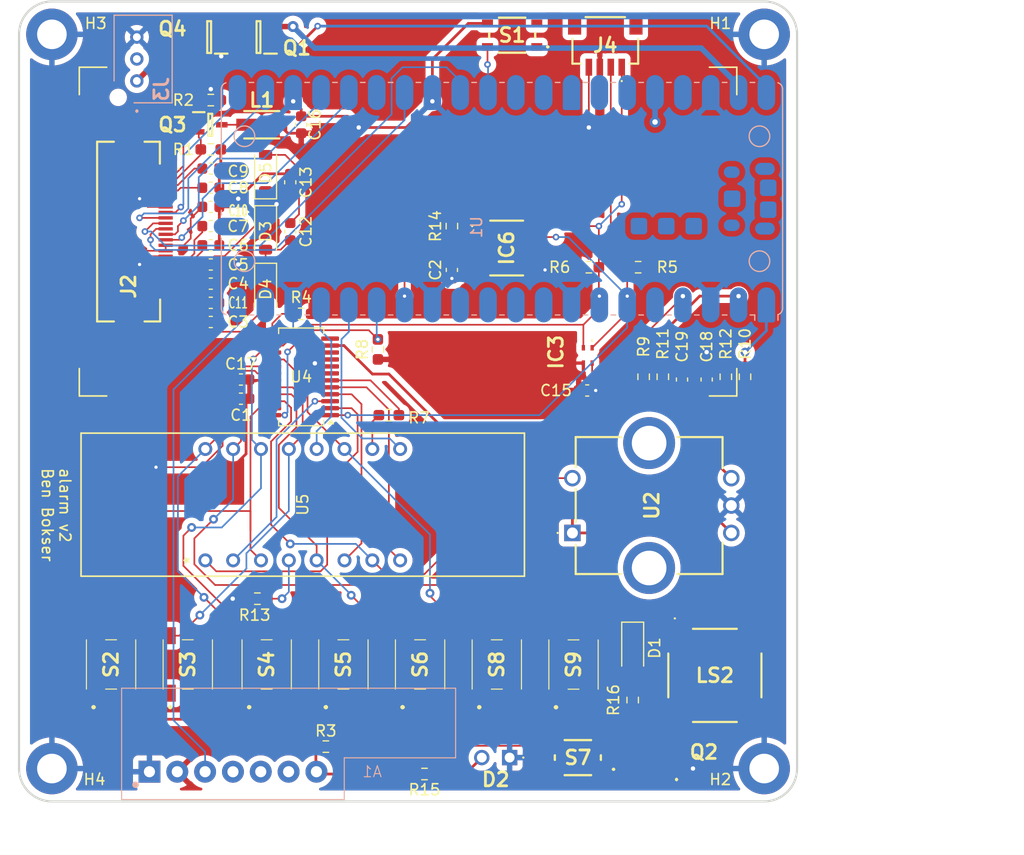
<source format=kicad_pcb>
(kicad_pcb (version 20240108) (generator "pcbnew") (generator_version "8.0")
  (layers (0 "F.Cu" signal) (31 "B.Cu" signal) (34 "B.Paste" user) (35 "F.Paste" user) (36 "B.SilkS" user "B.Silkscreen") (37 "F.SilkS" user "F.Silkscreen") (38 "B.Mask" user) (39 "F.Mask" user) (44 "Edge.Cuts" user))
  (net 0 "")
  (net 7 "GND")
  (net 10 "Net-(S1-COM_2)")
  (net 11 "Net-(D2-A)")
  (net 12 "/RF1")
  (net 14 "Net-(Q1-S)")
  (net 15 "Net-(Q1-G)")
  (net 17 "/VGH")
  (net 18 "Net-(D5-A)")
  (net 19 "Net-(D3-A)")
  (net 20 "/VGL")
  (net 21 "+3.3V")
  (net 23 "/SCL")
  (net 24 "/SDA")
  (net 25 "Net-(U2-CHANNEL_B)")
  (net 26 "Net-(U2-CHANNEL_A)")
  (net 27 "/MOSI")
  (net 28 "Net-(D1-A)")
  (net 29 "/SCK")
  (net 31 "Net-(J2-VCOM)")
  (net 32 "/DC")
  (net 33 "Net-(J2-VSH1)")
  (net 36 "Net-(J2-VPP)")
  (net 37 "/EinkBUSY")
  (net 38 "Net-(J2-VDD)")
  (net 39 "/EinkCS")
  (net 41 "Net-(J2-VGL{slash}NC)")
  (net 43 "/EinkRESET")
  (net 44 "Net-(J2-VSL)")
  (net 45 "/GDR")
  (net 46 "Net-(J2-VSH2)")
  (net 48 "/RESE")
  (net 59 "/Enc_B1")
  (net 60 "/Enc_A1")
  (net 63 "Net-(U4-ISET)")
  (net 64 "Net-(U4-SEGD)")
  (net 65 "Net-(U4-SEGC)")
  (net 66 "Net-(U4-SEGB)")
  (net 67 "Net-(U4-SEGA)")
  (net 68 "Net-(U4-SEGE)")
  (net 69 "Net-(U4-SEGF)")
  (net 71 "/ANODE_L1_L2")
  (net 72 "/IRQ")
  (net 73 "/Enc_D")
  (net 74 "/Enc_E")
  (net 75 "/ANODE_L3")
  (net 78 "Net-(U4-DIG3)")
  (net 79 "Net-(U4-SEGG)")
  (net 80 "Net-(U4-DIG2)")
  (net 81 "Net-(U4-DIG1)")
  (net 83 "Net-(U4-DIG0)")
  (net 85 "Net-(Q1-D)")
  (net 87 "/RTC_INT")
  (net 94 "Net-(J3-+)")
  (net 95 "Net-(Q2-B)")
  (net 96 "Net-(U5-CC_L3)")
  (net 98 "Net-(U5-CC_L1_L2)")
  (net 99 "/Buzzer")
  (net 102 "unconnected-(U1-USB_GND-PadTP1)")
  (net 110 "Net-(A1-KEY)")
  (footprint "SamacSys_Parts:RKB2SJK250SMTRLFS" (layer "F.Cu") (at 173.5 130.5 180)
    (property "Reference" "S7")
    (property "Value" "RKB2SJK250SMTR_LFS" (hide yes))
  )
  (footprint "SamacSys_Parts:SOT96P240X115-3N" (layer "F.Cu") (at 139.85 64.75 180)
    (property "Reference" "Q4")
    (property "Value" "DMG2305UX-7" (hide yes))
  )
  (footprint "SamacSys_Parts:RKB2SJK250SMTRLFS" (layer "F.Cu") (at 167.5 64.575 180)
    (property "Reference" "S1")
    (property "Value" "RKB2SJK250SMTR_LFS" (hide yes))
  )
  (footprint "Resistor_SMD:R_0603_1608Metric_Pad0.98x0.95mm_HandSolder" (layer "F.Cu") (at 148.25 90.0075 180)
    (property "Reference" "R4")
    (property "Value" "13.9kΩ")
  )
  (footprint "Capacitor_SMD:C_0603_1608Metric" (layer "F.Cu") (at 162 86 -90)
    (property "Reference" "C2")
    (property "Value" "1uF")
  )
  (footprint "footprints:TDCG1060M_VIS" (layer "F.Cu") (at 139.5 112.5 90)
    (property "Reference" "U5")
    (property "Value" "TDCR1060M")
  )
  (footprint "SamacSys_Parts:PTS647SM38SMTR2LFS" (layer "F.Cu") (at 166.1 122.002363 90)
    (property "Reference" "S8")
    (property "Value" "PTS647SM70SMTR2LFS" (hide yes))
  )
  (footprint "Capacitor_SMD:C_0603_1608Metric" (layer "F.Cu") (at 140 80.244117 180)
    (property "Reference" "C10")
    (property "Value" "4.7uF")
  )
  (footprint "Resistor_SMD:R_0603_1608Metric_Pad0.98x0.95mm_HandSolder" (layer "F.Cu") (at 140 75)
    (property "Reference" "R1")
    (property "Value" "0.47Ω")
  )
  (footprint "Resistor_SMD:R_0603_1608Metric_Pad0.98x0.95mm_HandSolder" (layer "F.Cu") (at 179.5 95.75 -90)
    (property "Reference" "R9")
    (property "Value" "10kΩ")
  )
  (footprint "SamacSys_Parts:SM04BSRSSTBLFSNP" (layer "F.Cu") (at 176 65.213 180)
    (property "Reference" "J4")
    (property "Value" "SM04B-SRSS-TB_LF__SN__P_" (hide yes))
  )
  (footprint "SamacSys_Parts:SOT65P210X110-3N" (layer "F.Cu") (at 139.95 72.75)
    (property "Reference" "Q3")
    (property "Value" "Si1308EDL-T1-GE3" (hide yes))
  )
  (footprint "Capacitor_SMD:C_0603_1608Metric" (layer "F.Cu") (at 140 89 180)
    (property "Reference" "C11")
    (property "Value" "1uF")
  )
  (footprint "SamacSys_Parts:SHT40BD1BR2" (layer "F.Cu") (at 174.4 93.8 -90)
    (property "Reference" "IC3")
    (property "Value" "SHT40-BD1B-R2" (hide yes))
  )
  (footprint "SamacSys_Parts:2SC5585TL" (layer "F.Cu") (at 182 130.95)
    (property "Reference" "Q2")
    (property "Value" "2SC5585TL" (hide yes))
  )
  (footprint "MountingHole:MountingHole_2.7mm_M2.5_DIN965_Pad" (layer "F.Cu") (at 190.5 131.5 45)
    (property "Reference" "H2")
    (property "Value" "MountingHole_Pad")
  )
  (footprint "SamacSys_Parts:PTS647SM38SMTR2LFS" (layer "F.Cu") (at 173.1 122.008163 90)
    (property "Reference" "S9")
    (property "Value" "PTS647SM70SMTR2LFS" (hide yes))
  )
  (footprint "Diode_SMD:D_SOD-123" (layer "F.Cu") (at 145 87.75 -90)
    (property "Reference" "D4")
    (property "Value" "MBR0530")
  )
  (footprint "Resistor_SMD:R_0603_1608Metric_Pad0.98x0.95mm_HandSolder" (layer "F.Cu") (at 155.25 93.25 90)
    (property "Reference" "R8")
    (property "Value" "10kΩ")
  )
  (footprint "SamacSys_Parts:PTS647SM38SMTR2LFS" (layer "F.Cu") (at 137.9 122 90)
    (property "Reference" "S3")
    (property "Value" "PTS647SM70SMTR2LFS" (hide yes))
  )
  (footprint "SamacSys_Parts:SOT96P240X115-3N" (layer "F.Cu") (at 144.35 64.75 180)
    (property "Reference" "Q1")
    (property "Value" "DMG2305UX-7" (hide yes))
  )
  (footprint "Resistor_SMD:R_0603_1608Metric_Pad0.98x0.95mm_HandSolder" (layer "F.Cu") (at 181.25 95.75 -90)
    (property "Reference" "R11")
    (property "Value" "10kΩ")
  )
  (footprint "Resistor_SMD:R_0603_1608Metric_Pad0.98x0.95mm_HandSolder" (layer "F.Cu") (at 187 95.75 -90)
    (property "Reference" "R12")
    (property "Value" "10kΩ")
  )
  (footprint "Capacitor_SMD:C_0603_1608Metric" (layer "F.Cu") (at 142.75 97.75)
    (property "Reference" "C1")
    (property "Value" "4.7uF")
  )
  (footprint "SamacSys_Parts:INDM3225X240N" (layer "F.Cu") (at 144.65 72.75 180)
    (property "Reference" "L1")
    (property "Value" "68 uH" (hide yes))
  )
  (footprint "Diode_SMD:D_SOD-123" (layer "F.Cu") (at 145 77.15 90)
    (property "Reference" "D5")
    (property "Value" "MBR0530")
  )
  (footprint "Capacitor_SMD:C_0603_1608Metric" (layer "F.Cu") (at 140 87.25 180)
    (property "Reference" "C4")
    (property "Value" "1uF")
  )
  (footprint "Capacitor_SMD:C_0603_1608Metric" (layer "F.Cu") (at 183 96 -90)
    (property "Reference" "C19")
    (property "Value" "1uF")
  )
  (footprint "SamacSys_Parts:CSSI4B20SMTTR" (layer "F.Cu") (at 186 123)
    (property "Reference" "LS2")
    (property "Value" "CSS-I4B20-SMT-TR" (hide yes))
  )
  (footprint "SamacSys_Parts:PTS647SM38SMTR2LFS" (layer "F.Cu") (at 159.1 122 90)
    (property "Reference" "S6")
    (property "Value" "PTS647SM70SMTR2LFS" (hide yes))
  )
  (footprint "Resistor_SMD:R_0603_1608Metric_Pad0.98x0.95mm_HandSolder" (layer "F.Cu") (at 179 85.75 180)
    (property "Reference" "R5")
    (property "Value" "10kΩ")
  )
  (footprint "Capacitor_SMD:C_0603_1608Metric" (layer "F.Cu") (at 174.35 97)
    (property "Reference" "C15")
    (property "Value" "1uF")
  )
  (footprint "Capacitor_SMD:C_0603_1608Metric" (layer "F.Cu") (at 185.25 96 -90)
    (property "Reference" "C18")
    (property "Value" "1uF")
  )
  (footprint "Package_SO:QSOP-24_3.9x8.7mm_P0.635mm" (layer "F.Cu") (at 148.25 95.7575 180)
    (property "Reference" "U4")
    (property "Value" "AS1115-BSST")
  )
  (footprint "MountingHole:MountingHole_2.7mm_M2.5_DIN965_Pad" (layer "F.Cu") (at 125.5 64.5 45)
    (property "Reference" "H3")
    (property "Value" "MountingHole_Pad")
  )
  (footprint "Diode_SMD:D_SOD-123" (layer "F.Cu") (at 178.5 120.5 -90)
    (property "Reference" "D1")
    (property "Value" "MBR0530")
  )
  (footprint "Capacitor_SMD:C_0603_1608Metric" (layer "F.Cu") (at 148.25 72.75 90)
    (property "Reference" "C16")
    (property "Value" "4.7uF")
  )
  (footprint "Resistor_SMD:R_0603_1608Metric_Pad0.98x0.95mm_HandSolder" (layer "F.Cu") (at 188.75 95.75 90)
    (property "Reference" "R10")
    (property "Value" "10kΩ")
  )
  (footprint "Diode_SMD:D_SOD-123" (layer "F.Cu") (at 145 82.5 -90)
    (property "Reference" "D3")
    (property "Value" "MBR0530")
  )
  (footprint "Resistor_SMD:R_0603_1608Metric_Pad0.98x0.95mm_HandSolder" (layer "F.Cu") (at 144.25 116)
    (property "Reference" "R13")
    (property "Value" "130Ω")
  )
  (footprint "Capacitor_SMD:C_0603_1608Metric" (layer "F.Cu") (at 140 82 180)
    (property "Reference" "C7")
    (property "Value" "1uF")
  )
  (footprint "Resistor_SMD:R_0603_1608Metric_Pad0.98x0.95mm_HandSolder" (layer "F.Cu") (at 150.5 129.5)
    (property "Reference" "R3")
    (property "Value" "1kΩ")
  )
  (footprint "Resistor_SMD:R_0603_1608Metric_Pad0.98x0.95mm_HandSolder" (layer "F.Cu") (at 159.5 132 180)
    (property "Reference" "R15")
    (property "Value" "47Ω")
  )
  (footprint "MountingHole:MountingHole_2.7mm_M2.5_DIN965_Pad" (layer "F.Cu") (at 125.5 131.5 45)
    (property "Reference" "H4")
    (property "Value" "MountingHole_Pad")
  )
  (footprint "SamacSys_Parts:WP710A10LID" (layer "F.Cu") (at 167.27 130.5 -90)
    (property "Reference" "D2")
    (property "Value" "LED" (hide yes))
  )
  (footprint "SamacSys_Parts:PEC11R4215FS0024" (layer "F.Cu") (at 173 110 90)
    (property "Reference" "U2")
    (property "Value" "PEC11R-4215F-S0024" (hide yes))
  )
  (footprint "SamacSys_Parts:PTS647SM38SMTR2LFS" (layer "F.Cu") (at 130.9 122 90)
    (property "Reference" "S2")
    (property "Value" "PTS647SM70SMTR2LFS" (hide yes))
  )
  (footprint "Capacitor_SMD:C_0603_1608Metric" (layer "F.Cu") (at 140 90.75 180)
    (property "Reference" "C3")
    (property "Value" "1uF")
  )
  (footprint "SamacSys_Parts:MAX31328NELB" (layer "F.Cu") (at 167 84 -90)
    (property "Reference" "IC6")
    (property "Value" "MAX31328NELB+" (hide yes))
  )
  (footprint "Resistor_SMD:R_0603_1608Metric_Pad0.98x0.95mm_HandSolder" (layer "F.Cu") (at 140 70.5)
    (property "Reference" "R2")
    (property "Value" "10kΩ")
  )
  (footprint "Resistor_SMD:R_0603_1608Metric_Pad0.98x0.95mm_HandSolder" (layer "F.Cu") (at 156.25 99.25 180)
    (property "Reference" "R7")
    (property "Value" "130Ω")
  )
  (footprint "SamacSys_Parts:PTS647SM38SMTR2LFS" (layer "F.Cu") (at 145.1 122 90)
    (property "Reference" "S4")
    (property "Value" "PTS647SM70SMTR2LFS" (hide yes))
  )
  (footprint "Capacitor_SMD:C_0603_1608Metric" (layer "F.Cu") (at 142.75 96)
    (property "Reference" "C17")
    (property "Value" "1uF")
  )
  (footprint "Capacitor_SMD:C_0603_1608Metric" (layer "F.Cu") (at 147.25 78 -90)
    (property "Reference" "C13")
    (property "Value" "1uF")
  )
  (footprint "SamacSys_Parts:FFC2B3524T" (layer "F.Cu") (at 132.5 82.5 -90)
    (property "Reference" "J2")
    (property "Value" "FFC2B35-24-T" (hide yes))
  )
  (footprint "Capacitor_SMD:C_0603_1608Metric" (layer "F.Cu") (at 147.25 82.5 -90)
    (property "Reference" "C12")
    (property "Value" "4.7uF")
  )
  (footprint "Resistor_SMD:R_0603_1608Metric_Pad0.98x0.95mm_HandSolder" (layer "F.Cu") (at 162 82 -90)
    (property "Reference" "R14")
    (property "Value" "10kΩ")
  )
  (footprint "Resistor_SMD:R_0603_1608Metric_Pad0.98x0.95mm_HandSolder" (layer "F.Cu") (at 174.5 85.75)
    (property "Reference" "R6")
    (property "Value" "10kΩ")
  )
  (footprint "SamacSys_Parts:PTS647SM38SMTR2LFS" (layer "F.Cu") (at 152.1 122 90)
    (property "Reference" "S5")
    (property "Value" "PTS647SM70SMTR2LFS" (hide yes))
  )
  (footprint "Resistor_SMD:R_0603_1608Metric_Pad0.98x0.95mm_HandSolder" (layer "F.Cu") (at 178.5 125.25 -90)
    (property "Reference" "R16")
    (property "Value" "180Ω")
  )
  (footprint "MountingHole:MountingHole_2.7mm_M2.5_DIN965_Pad" (layer "F.Cu") (at 190.5 64.5 45)
    (property "Reference" "H1")
    (property "Value" "MountingHole_Pad")
  )
  (footprint "Capacitor_SMD:C_0603_1608Metric" (layer "F.Cu") (at 140 85.5 180)
    (property "Reference" "C5")
    (property "Value" "1uF")
  )
  (footprint "Capacitor_SMD:C_0603_1608Metric" (layer "F.Cu") (at 140 76.75 180)
    (property "Reference" "C9")
    (property "Value" "1uF")
  )
  (footprint "Capacitor_SMD:C_0603_1608Metric" (layer "F.Cu") (at 140 78.5 180)
    (property "Reference" "C8")
    (property "Value" "1uF")
  )
  (footprint "Capacitor_SMD:C_0603_1608Metric" (layer "F.Cu") (at 140 83.75 180)
    (property "Reference" "C6")
    (property "Value" "1uF")
  )
  (footprint "Module_RaspberryPi_Pico:RaspberryPi_Pico_Original_SMD" (layer "B.Cu") (at 166.57 79.5 90)
    (property "Reference" "U1")
    (property "Value" "RaspberryPi_Pico")
  )
  (footprint "RX480E:RX480E" (layer "B.Cu") (at 131.86 129.25)
    (property "Reference" "A1")
    (property "Value" "~")
  )
  (footprint "SamacSys_Parts:975" (layer "B.Cu") (at 133.25 68.75 -90)
    (property "Reference" "J3")
    (property "Value" "975" (hide yes))
  )
  (gr_line (start 185.5 67.5) (end 188 67.5) (stroke (width 0.15)) (layer "F.SilkS"))
  (gr_line (start 188 97.5) (end 185.5 97.5) (stroke (width 0.15)) (layer "F.SilkS"))
  (gr_line (start 188 97.5) (end 188 95) (stroke (width 0.15)) (layer "F.SilkS"))
  (gr_line (start 128 97.5) (end 128 95) (stroke (width 0.15)) (layer "F.SilkS"))
  (gr_line (start 128 67.5) (end 130.5 67.5) (stroke (width 0.15)) (layer "F.SilkS"))
  (gr_line (start 128 67.5) (end 128 70) (stroke (width 0.15)) (layer "F.SilkS"))
  (gr_line (start 128 97.5) (end 130.5 97.5) (stroke (width 0.15)) (layer "F.SilkS"))
  (gr_line (start 188 67.5) (end 188 70) (stroke (width 0.15)) (layer "F.SilkS"))
  (gr_line (start 193.5 64.5) (end 193.5 131.5) (stroke (width 0.2)) (layer "Edge.Cuts"))
  (gr_arc (start 125.5 134.5) (mid 123.37868 133.62132) (end 122.5 131.5) (stroke (width 0.2)) (layer "Edge.Cuts"))
  (gr_line (start 125.5 61.5) (end 190.5 61.5) (stroke (width 0.2)) (layer "Edge.Cuts"))
  (gr_arc (start 122.5 64.5) (mid 123.37868 62.37868) (end 125.5 61.5) (stroke (width 0.2)) (layer "Edge.Cuts"))
  (gr_line (start 122.5 131.5) (end 122.5 64.5) (stroke (width 0.2)) (layer "Edge.Cuts"))
  (gr_arc (start 193.5 131.5) (mid 192.62132 133.62132) (end 190.5 134.5) (stroke (width 0.2)) (layer "Edge.Cuts"))
  (gr_arc (start 190.5 61.5) (mid 192.62132 62.37868) (end 193.5 64.5) (stroke (width 0.2)) (layer "Edge.Cuts"))
  (gr_line (start 190.5 134.5) (end 125.5 134.5) (stroke (width 0.2)) (layer "Edge.Cuts"))
  (gr_text "alarm v2\nBen Bokser" (at 124.5 104 -90) (layer "F.SilkS") (effects (font (size 1 1)) (justify left bottom)))
  (segment (start 133.5 79.5) (end 134.25 80.25) (width 0.1524) (layer "F.Cu") (net 7))
  (segment (start 143.3375 116) (end 142 116) (width 0.25) (layer "F.Cu") (net 7))
  (segment (start 141.08 98.645) (end 141.975 97.75) (width 0.1524) (layer "F.Cu") (net 7))
  (segment (start 140.9125 75) (end 140.9125 76.6125) (width 0.25) (layer "F.Cu") (net 7))
  (segment (start 149.498464 95.748463) (end 149.825001 96.075) (width 0.1524) (layer "F.Cu") (net 7))
  (segment (start 160.22 66.78) (end 163.5 63.5) (width 0.25) (layer "F.Cu") (net 7))
  (segment (start 154.575 96.075) (end 157.1625 98.6625) (width 0.1524) (layer "F.Cu") (net 7))
  (segment (start 175.125 95.775) (end 175.125 97) (width 0.1524) (layer "F.Cu") (net 7))
  (segment (start 163.5 63.5) (end 165.25 63.5) (width 0.25) (layer "F.Cu") (net 7))
  (segment (start 141.755883 80.244117) (end 142.5 79.5) (width 0.25) (layer "F.Cu") (net 7))
  (segment (start 144.775 77.225) (end 142.5 79.5) (width 0.25) (layer "F.Cu") (net 7))
  (segment (start 133.5 85.5) (end 134.25 84.75) (width 0.1524) (layer "F.Cu") (net 7))
  (segment (start 145.15 80.85) (end 146 80) (width 0.25) (layer "F.Cu") (net 7))
  (segment (start 139.128632 104) (end 141.08 102.048632) (width 0.1524) (layer "F.Cu") (net 7))
  (segment (start 140.775 85.5) (end 142.5 85.5) (width 0.25) (layer "F.Cu") (net 7))
  (segment (start 135 104) (end 139.128632 104) (width 0.1524) (layer "F.Cu") (net 7))
  (segment (start 153.5 73) (end 157.83 73) (width 0.25) (layer "F.Cu") (net 7))
  (segment (start 140 69.5) (end 140.9125 70.4125) (width 0.25) (layer "F.Cu") (net 7))
  (segment (start 169.213 86) (end 170.5 86) (width 0.1524) (layer "F.Cu") (net 7))
  (segment (start 140.95 66.5) (end 140.95 65.71) (width 0.25) (layer "F.Cu") (net 7))
  (segment (start 148.25 71.34) (end 147.52 70.61) (width 0.25) (layer "F.Cu") (net 7))
  (segment (start 185.25 93.5) (end 185.25 95.225) (width 0.25) (layer "F.Cu") (net 7))
  (segment (start 134.25 80.25) (end 135.75 80.25) (width 0.1524) (layer "F.Cu") (net 7))
  (segment (start 140.9125 70.4125) (end 140.9125 70.5) (width 0.25) (layer "F.Cu") (net 7))
  (segment (start 134.25 84.75) (end 135.75 84.75) (width 0.1524) (layer "F.Cu") (net 7))
  (segment (start 140.9125 76.6125) (end 140.775 76.75) (width 0.25) (layer "F.Cu") (net 7))
  (segment (start 163.5 86) (end 164.788 86) (width 0.1524) (layer "F.Cu") (net 7))
  (segment (start 148.25 71.975) (end 152.475 71.975) (width 0.25) (layer "F.Cu") (net 7))
  (segment (start 169.213 84) (end 169.213 86) (width 0.1524) (layer "F.Cu") (net 7))
  (segment (start 149.498464 94.521473) (end 149.498464 95.748463) (width 0.1524) (layer "F.Cu") (net 7))
  (segment (start 174.5 73) (end 174.5 67.5) (width 0.1524) (layer "F.Cu") (net 7))
  (segment (start 174.8 95.45) (end 175.125 95.775) (width 0.1524) (layer "F.Cu") (net 7))
  (segment (start 174.8 94.5) (end 174.8 95.45) (width 0.1524) (layer "F.Cu") (net 7))
  (segment (start 141.08 102.048632) (end 141.08 98.645) (width 0.1524) (layer "F.Cu") (net 7))
  (segment (start 148.25 71.975) (end 148.25 71.34) (width 0.25) (layer "F.Cu") (net 7))
  (segment (start 140.775 76.75) (end 140.775 83.75) (width 0.25) (layer "F.Cu") (net 7))
  (segment (start 147.25 77.225) (end 144.775 77.225) (width 0.25) (layer "F.Cu") (net 7))
  (segment (start 157.83 73) (end 160.22 70.61) (width 0.25) (layer "F.Cu") (net 7))
  (segment (start 183 95.225) (end 185.25 95.225) (width 0.25) (layer "F.Cu") (net 7))
  (segment (start 162.725 86.775) (end 163.5 86) (width 0.1524) (layer "F.Cu") (net 7))
  (segment (start 152.475 71.975) (end 153.5 73) (width 0.25) (layer "F.Cu") (net 7))
  (segment (start 162 86.775) (end 162.725 86.775) (width 0.1524) (layer "F.Cu") (net 7))
  (segment (start 182.5 131.5) (end 184 131.5) (width 0.25) (layer "F.Cu") (net 7))
  (segment (start 157.1625 98.6625) (end 157.1625 99.25) (width 0.1524) (layer "F.Cu") (net 7))
  (segment (start 141.975 96) (end 141.975 97.75) (width 0.1524) (layer "F.Cu") (net 7))
  (segment (start 140.775 89) (end 140.775 90.75) (width 0.25) (layer "F.Cu") (net 7))
  (segment (start 145 80.85) (end 145.15 80.85) (width 0.25) (layer "F.Cu") (net 7))
  (segment (start 150.8875 96.075) (end 154.575 96.075) (width 0.1524) (layer "F.Cu") (net 7))
  (segment (start 140.775 80.244117) (end 141.755883 80.244117) (width 0.25) (layer "F.Cu") (net 7))
  (segment (start 160.22 70.61) (end 160.22 66.78) (width 0.25) (layer "F.Cu") (net 7))
  (segment (start 140.775 85.5) (end 140.775 89) (width 0.25) (layer "F.Cu") (net 7))
  (segment (start 149.825001 96.075) (end 150.8875 96.075) (width 0.1524) (layer "F.Cu") (net 7))
  (via (at 142 116) (size 0.8) (drill 0.4) (layers "F.Cu" "B.Cu") (net 7))
  (via (at 133.5 79.5) (size 0.6) (drill 0.3) (layers "F.Cu" "B.Cu") (net 7))
  (via (at 162 86.775) (size 0.6) (drill 0.3) (layers "F.Cu" "B.Cu") (net 7))
  (via (at 174.5 73) (size 0.8) (drill 0.4) (layers "F.Cu" "B.Cu") (net 7))
  (via (at 142.5 85.5) (size 0.8) (drill 0.4) (layers "F.Cu" "B.Cu") (net 7))
  (via (at 135 104) (size 0.6) (drill 0.3) (layers "F.Cu" "B.Cu") (net 7))
  (via (at 133.5 85.5) (size 0.6) (drill 0.3) (layers "F.Cu" "B.Cu") (net 7))
  (via (at 146 80) (size 0.8) (drill 0.4) (layers "F.Cu" "B.Cu") (net 7))
  (via (at 149.498464 94.521473) (size 0.8) (drill 0.4) (layers "F.Cu" "B.Cu") (net 7))
  (via (at 153.5 73) (size 0.8) (drill 0.4) (layers "F.Cu" "B.Cu") (net 7))
  (via (at 147.52 70.61) (size 0.8) (drill 0.4) (layers "F.Cu" "B.Cu") (net 7))
  (via (at 175.125 97) (size 0.6) (drill 0.3) (layers "F.Cu" "B.Cu") (net 7))
  (via (at 170.5 86) (size 0.6) (drill 0.3) (layers "F.Cu" "B.Cu") (net 7))
  (via (at 140.95 66.5) (size 0.8) (drill 0.4) (layers "F.Cu" "B.Cu") (net 7))
  (via (at 142.5 79.5) (size 0.8) (drill 0.4) (layers "F.Cu" "B.Cu") (net 7))
  (via (at 160.22 70.61) (size 0.8) (drill 0.4) (layers "F.Cu" "B.Cu") (net 7))
  (via (at 184 131.5) (size 0.8) (drill 0.4) (layers "F.Cu" "B.Cu") (net 7))
  (via (at 185.25 93.5) (size 0.8) (drill 0.4) (layers "F.Cu" "B.Cu") (net 7))
  (via (at 140 69.5) (size 0.8) (drill 0.4) (layers "F.Cu" "B.Cu") (net 7))
  (segment (start 149.498464 94.498464) (end 147.52 92.52) (width 0.1524) (layer "B.Cu") (net 7))
  (segment (start 149.498464 94.521473) (end 149.498464 94.498464) (width 0.1524) (layer "B.Cu") (net 7))
  (segment (start 147.52 92.52) (end 147.52 88.39) (width 0.1524) (layer "B.Cu") (net 7))
  (segment (start 165.25 65.65) (end 165.25 67.25) (width 0.1524) (layer "F.Cu") (net 10))
  (via (at 165.25 67.25) (size 0.6) (drill 0.3) (layers "F.Cu" "B.Cu") (net 10))
  (segment (start 165.3 67.3) (end 165.25 67.25) (width 0.1524) (layer "B.Cu") (net 10))
  (segment (start 165.3 70.61) (end 165.3 67.3) (width 0.1524) (layer "B.Cu") (net 10))
  (segment (start 163.23 132) (end 160.4125 132) (width 0.25) (layer "F.Cu") (net 11))
  (segment (start 164.73 130.5) (end 163.23 132) (width 0.25) (layer "F.Cu") (net 11))
  (segment (start 139.48 129.98) (end 139.48 131.79) (width 0.1524) (layer "B.Cu") (net 12))
  (segment (start 142.44 91.06) (end 136.5988 96.9012) (width 0.1524) (layer "B.Cu") (net 12))
  (segment (start 136.5988 127.0988) (end 139.48 129.98) (width 0.1524) (layer "B.Cu") (net 12))
  (segment (start 136.5988 96.9012) (end 136.5988 127.0988) (width 0.1524) (layer "B.Cu") (net 12))
  (segment (start 142.44 88.39) (end 142.44 91.06) (width 0.1524) (layer "B.Cu") (net 12))
  (segment (start 147.5 63.79) (end 145.45 63.79) (width 0.5) (layer "F.Cu") (net 14))
  (via (at 147.5 63.79) (size 1) (drill 0.5) (layers "F.Cu" "B.Cu") (net 14))
  (segment (start 149.46 65.75) (end 184.75 65.75) (width 0.5) (layer "B.Cu") (net 14))
  (segment (start 184.75 65.75) (end 188.16 69.16) (width 0.5) (layer "B.Cu") (net 14))
  (segment (start 147.5 63.79) (end 149.46 65.75) (width 0.5) (layer "B.Cu") (net 14))
  (segment (start 188.16 69.16) (end 188.16 70.61) (width 0.5) (layer "B.Cu") (net 14))
  (segment (start 147.79 65.71) (end 145.45 65.71) (width 0.25) (layer "F.Cu") (net 15))
  (segment (start 149.75 63.75) (end 147.79 65.71) (width 0.25) (layer "F.Cu") (net 15))
  (via (at 149.75 63.75) (size 0.6) (drill 0.3) (layers "F.Cu" "B.Cu") (net 15))
  (segment (start 185.25 63.75) (end 190.7 69.2) (width 0.25) (layer "B.Cu") (net 15))
  (segment (start 190.7 69.2) (end 190.7 70.61) (width 0.25) (layer "B.Cu") (net 15))
  (segment (start 149.75 63.75) (end 185.25 63.75) (width 0.25) (layer "B.Cu") (net 15))
  (segment (start 141.2512 84.7488) (end 144.075 81.925) (width 0.1524) (layer "F.Cu") (net 17))
  (segment (start 135.88 86.75) (end 138.25 86.75) (width 0.1524) (layer "F.Cu") (net 17))
  (segment (start 140.0488 85.9512) (end 140.0488 85.036162) (width 0.1524) (layer "F.Cu") (net 17))
  (segment (start 139.5012 86.4988) (end 140.0488 85.9512) (width 0.1524) (layer "F.Cu") (net 17))
  (segment (start 144.075 81.925) (end 144.075 79.725) (width 0.1524) (layer "F.Cu") (net 17))
  (segment (start 145 78.8) (end 147.225 78.8) (width 0.1524) (layer "F.Cu") (net 17))
  (segment (start 140.0488 85.036162) (end 140.336162 84.7488) (width 0.1524) (layer "F.Cu") (net 17))
  (segment (start 147.225 78.8) (end 147.25 78.775) (width 0.1524) (layer "F.Cu") (net 17))
  (segment (start 140.336162 84.7488) (end 141.2512 84.7488) (width 0.1524) (layer "F.Cu") (net 17))
  (segment (start 138.5012 86.4988) (end 139.5012 86.4988) (width 0.1524) (layer "F.Cu") (net 17))
  (segment (start 138.25 86.75) (end 138.5012 86.4988) (width 0.1524) (layer "F.Cu") (net 17))
  (segment (start 144.075 79.725) (end 145 78.8) (width 0.1524) (layer "F.Cu") (net 17))
  (segment (start 143.25 72.75) (end 143.25 73.75) (width 0.1524) (layer "F.Cu") (net 18))
  (segment (start 146.784052 75.5) (end 148.05 76.765948) (width 0.1524) (layer "F.Cu") (net 18))
  (segment (start 148.05 76.765948) (end 148.05 80.925) (width 0.1524) (layer "F.Cu") (net 18))
  (segment (start 143.25 73.75) (end 145 75.5) (width 0.1524) (layer "F.Cu") (net 18))
  (segment (start 141 72.75) (end 143.25 72.75) (width 0.1524) (layer "F.Cu") (net 18))
  (segment (start 145 75.5) (end 146.784052 75.5) (width 0.1524) (layer "F.Cu") (net 18))
  (segment (start 148.05 80.925) (end 147.25 81.725) (width 0.1524) (layer "F.Cu") (net 18))
  (segment (start 146.375 84.15) (end 147.25 83.275) (width 0.1524) (layer "F.Cu") (net 19))
  (segment (start 145 86.1) (end 145 84.15) (width 0.1524) (layer "F.Cu") (net 19))
  (segment (start 145 84.15) (end 146.375 84.15) (width 0.1524) (layer "F.Cu") (net 19))
  (segment (start 139.225 89) (end 140 89.775) (width 0.1524) (layer "F.Cu") (net 20))
  (segment (start 140.336162 91.6375) (end 142.7625 91.6375) (width 0.1524) (layer "F.Cu") (net 20))
  (segment (start 140 89.775) (end 140 91.301338) (width 0.1524) (layer "F.Cu") (net 20))
  (segment (start 142.7625 91.6375) (end 145 89.4) (width 0.1524) (layer "F.Cu") (net 20))
  (segment (start 140 91.301338) (end 140.336162 91.6375) (width 0.1524) (layer "F.Cu") (net 20))
  (segment (start 135.88 87.75) (end 137.975 87.75) (width 0.1524) (layer "F.Cu") (net 20))
  (segment (start 137.975 87.75) (end 139.225 89) (width 0.1524) (layer "F.Cu") (net 20))
  (segment (start 143.625 96.075) (end 143.55 96) (width 0.25) (layer "F.Cu") (net 21))
  (segment (start 182.5 119.5) (end 189.5 119.5) (width 0.25) (layer "F.Cu") (net 21))
  (segment (start 178.5 118.85) (end 179.85 118.85) (width 0.25) (layer "F.Cu") (net 21))
  (segment (start 145.6125 96.075) (end 143.625 96.075) (width 0.25) (layer "F.Cu") (net 21))
  (segment (start 143.55 96) (end 143.55 97.725) (width 0.25) (layer "F.Cu") (net 21))
  (segment (start 146.25 72.75) (end 147.025 73.525) (width 0.25) (layer "F.Cu") (net 21))
  (segment (start 139.225 80.244117) (end 138.168368 81.300749) (width 0.1524) (layer "F.Cu") (net 21))
  (segment (start 143.55 97.725) (end 143.525 97.75) (width 0.25) (layer "F.Cu") (net 21))
  (segment (start 147.025 73.525) (end 148.25 73.525) (width 0.25) (layer "F.Cu") (net 21))
  (segment (start 143.525 97.75) (end 143.2188 98.0562) (width 0.25) (layer "F.Cu") (net 21))
  (segment (start 143.2188 98.0562) (end 143.2188 102.7812) (width 0.25) (layer "F.Cu") (net 21))
  (segment (start 143.2188 102.7812) (end 142.5 103.5) (width 0.25) (layer "F.Cu") (net 21))
  (segment (start 180.5 119.5) (end 182.5 119.5) (width 0.25) (layer "F.Cu") (net 21))
  (segment (start 138.168368 81.300749) (end 138.168368 83.122321) (width 0.1524) (layer "F.Cu") (net 21))
  (segment (start 135.88 84.25) (end 133.25 84.25) (width 0.1524) (layer "F.Cu") (net 21))
  (segment (start 137.540689 83.75) (end 135.88 83.75) (width 0.1524) (layer "F.Cu") (net 21))
  (segment (start 179.85 118.85) (end 180.5 119.5) (width 0.25) (layer "F.Cu") (net 21))
  (segment (start 146.05 72.75) (end 146.25 72.75) (width 0.25) (layer "F.Cu") (net 21))
  (segment (start 138.168368 83.122321) (end 137.540689 83.75) (width 0.1524) (layer "F.Cu") (net 21))
  (segment (start 135.88 83.75) (end 135.88 84.25) (width 0.1524) (layer "F.Cu") (net 21))
  (via (at 180.54 72.5) (size 1) (drill 0.5) (layers "F.Cu" "B.Cu") (net 21))
  (segment (start 180.54 72.5) (end 180.54 70.61) (width 0.5) (layer "B.Cu") (net 21))
  (segment (start 174 91) (end 148.5 91) (width 0.1524) (layer "F.Cu") (net 23))
  (segment (start 174 93.1) (end 174 91) (width 0.1524) (layer "F.Cu") (net 23))
  (segment (start 177.5 67.5) (end 177.5 80) (width 0.1524) (layer "F.Cu") (net 23))
  (segment (start 148.5 91) (end 146.6 92.9) (width 0.1524) (layer "F.Cu") (net 23))
  (segment (start 175.4125 82) (end 169.213 82) (width 0.1524) (layer "F.Cu") (net 23))
  (segment (start 175.4125 82) (end 175.4125 85.75) (width 0.1524) (layer "F.Cu") (net 23))
  (segment (start 146.6 92.9) (end 145.6125 92.9) (width 0.1524) (layer "F.Cu") (net 23))
  (segment (start 175.4125 88.3425) (end 175.46 88.39) (width 0.1524) (layer "F.Cu") (net 23))
  (segment (start 175.4125 85.75) (end 175.4125 88.3425) (width 0.1524) (layer "F.Cu") (net 23))
  (segment (start 175.46 89.54) (end 174 91) (width 0.1524) (layer "F.Cu") (net 23))
  (segment (start 175.46 88.39) (end 175.46 89.54) (width 0.1524) (layer "F.Cu") (net 23))
  (via (at 177.5 80) (size 0.6) (drill 0.3) (layers "F.Cu" "B.Cu") (net 23))
  (via (at 175.46 88.39) (size 0.6) (drill 0.3) (layers "F.Cu" "B.Cu") (net 23))
  (via (at 175.4125 82) (size 0.6) (drill 0.3) (layers "F.Cu" "B.Cu") (net 23))
  (segment (start 177.4125 80) (end 175.4125 82) (width 0.1524) (layer "B.Cu") (net 23))
  (segment (start 177.5 80) (end 177.4125 80) (width 0.1524) (layer "B.Cu") (net 23))
  (segment (start 178 85.8375) (end 178.0875 85.75) (width 0.1524) (layer "F.Cu") (net 24))
  (segment (start 178 88.39) (end 178 85.8375) (width 0.1524) (layer "F.Cu") (net 24))
  (segment (start 174.8 93.1) (end 178 89.9) (width 0.1524) (layer "F.Cu") (net 24))
  (segment (start 178 89.9) (end 178 88.39) (width 0.1524) (layer "F.Cu") (net 24))
  (segment (start 176.5 84.1625) (end 178.0875 85.75) (width 0.1524) (layer "F.Cu") (net 24))
  (segment (start 171.5 83) (end 169.213 83) (width 0.1524) (layer "F.Cu") (net 24))
  (segment (start 150.8875 99.25) (end 152.5 99.25) (width 0.1524) (layer "F.Cu") (net 24))
  (segment (start 176.5 67.5) (end 176.5 84.1625) (width 0.1524) (layer "F.Cu") (net 24))
  (via (at 178 88.39) (size 0.6) (drill 0.3) (layers "F.Cu" "B.Cu") (net 24))
  (via (at 171.5 83) (size 0.6) (drill 0.3) (layers "F.Cu" "B.Cu") (net 24))
  (via (at 152.5 99.25) (size 0.6) (drill 0.3) (layers "F.Cu" "B.Cu") (net 24))
  (segment (start 170 99.25) (end 178 91.25) (width 0.1524) (layer "B.Cu") (net 24))
  (segment (start 178 88.39) (end 172.61 83) (width 0.1524) (layer "B.Cu") (net 24))
  (segment (start 172.61 83) (end 171.5 83) (width 0.1524) (layer "B.Cu") (net 24))
  (segment (start 178 91.25) (end 178 88.39) (width 0.1524) (layer "B.Cu") (net 24))
  (segment (start 152.5 99.25) (end 170 99.25) (width 0.1524) (layer "B.Cu") (net 24))
  (segment (start 186.8875 96.775) (end 187 96.6625) (width 0.25) (layer "F.Cu") (net 25))
  (segment (start 185.25 96.775) (end 186.8875 96.775) (width 0.25) (layer "F.Cu") (net 25))
  (segment (start 185.25 96.775) (end 185.25 102.75) (width 0.25) (layer "F.Cu") (net 25))
  (segment (start 187.3 104.8) (end 187.3 105) (width 0.25) (layer "F.Cu") (net 25))
  (segment (start 185.25 102.75) (end 187.3 104.8) (width 0.25) (layer "F.Cu") (net 25))
  (segment (start 187 96.6625) (end 188.75 96.6625) (width 0.25) (layer "F.Cu") (net 25))
  (segment (start 187.3 109.8) (end 187.3 110) (width 0.25) (layer "F.Cu") (net 26))
  (segment (start 183 96.775) (end 183 105.5) (width 0.25) (layer "F.Cu") (net 26))
  (segment (start 183 105.5) (end 187.3 109.8) (width 0.25) (layer "F.Cu") (net 26))
  (segment (start 181.3625 96.775) (end 181.25 96.6625) (width 0.25) (layer "F.Cu") (net 26))
  (segment (start 181.25 96.6625) (end 179.5 96.6625) (width 0.25) (layer "F.Cu") (net 26))
  (segment (start 183 96.775) (end 181.3625 96.775) (width 0.25) (layer "F.Cu") (net 26))
  (segment (start 137.349536 83.048608) (end 137.148144 83.25) (width 0.1524) (layer "F.Cu") (net 27))
  (segment (start 137.148144 83.25) (end 135.88 83.25) (width 0.1524) (layer "F.Cu") (net 27))
  (via (at 137.349536 83.048608) (size 0.6) (drill 0.3) (layers "F.Cu" "B.Cu") (net 27))
  (segment (start 140.665 78.085) (end 145.125 78.085) (width 0.1524) (layer "B.Cu") (net 27))
  (segment (start 137.349536 83.048608) (end 139.25 81.148144) (width 0.1524) (layer "B.Cu") (net 27))
  (segment (start 145.125 78.085) (end 152.6 70.61) (width 0.1524) (layer "B.Cu") (net 27))
  (segment (start 139.25 81.148144) (end 139.25 79.5) (width 0.1524) (layer "B.Cu") (net 27))
  (segment (start 139.25 79.5) (end 140.665 78.085) (width 0.1524) (layer "B.Cu") (net 27))
  (segment (start 182.5 128.5) (end 182 129) (width 0.25) (layer "F.Cu") (net 28))
  (segment (start 182.5 126.5) (end 189.5 126.5) (width 0.25) (layer "F.Cu") (net 28))
  (segment (start 182.5 126.5) (end 182.5 128.5) (width 0.25) (layer "F.Cu") (net 28))
  (segment (start 178.5 122.15) (end 180.65 122.15) (width 0.25) (layer "F.Cu") (net 28))
  (segment (start 182 129) (end 182 130.4) (width 0.25) (layer "F.Cu") (net 28))
  (segment (start 182.5 124) (end 182.5 126.5) (width 0.25) (layer "F.Cu") (net 28))
  (segment (start 180.65 122.15) (end 182.5 124) (width 0.25) (layer "F.Cu") (net 28))
  (segment (start 137 82.4824) (end 136.7324 82.75) (width 0.1524) (layer "F.Cu") (net 29))
  (segment (start 136.7324 82.75) (end 135.88 82.75) (width 0.1524) (layer "F.Cu") (net 29))
  (segment (start 137 82) (end 137 82.4824) (width 0.1524) (layer "F.Cu") (net 29))
  (segment (start 137.5 81.5) (end 137 82) (width 0.1524) (layer "F.Cu") (net 29))
  (via (at 137.5 81.5) (size 0.6) (drill 0.3) (layers "F.Cu" "B.Cu") (net 29))
  (segment (start 138.8976 80.1024) (end 138.8976 77.54141) (width 0.1524) (layer "B.Cu") (net 29))
  (segment (start 137.5 81.5) (end 138.8976 80.1024) (width 0.1524) (layer "B.Cu") (net 29))
  (segment (start 144.835 75.835) (end 150.06 70.61) (width 0.1524) (layer "B.Cu") (net 29))
  (segment (start 140.60401 75.835) (end 144.835 75.835) (width 0.1524) (layer "B.Cu") (net 29))
  (segment (start 138.8976 77.54141) (end 140.60401 75.835) (width 0.1524) (layer "B.Cu") (net 29))
  (segment (start 137.75 89) (end 137.75 89.954941) (width 0.1524) (layer "F.Cu") (net 31))
  (segment (start 137.75 89.954941) (end 138.545059 90.75) (width 0.1524) (layer "F.Cu") (net 31))
  (segment (start 137 88.25) (end 137.75 89) (width 0.1524) (layer "F.Cu") (net 31))
  (segment (start 138.545059 90.75) (end 139.225 90.75) (width 0.1524) (layer "F.Cu") (net 31))
  (segment (start 135.88 88.25) (end 137 88.25) (width 0.1524) (layer "F.Cu") (net 31))
  (segment (start 133.99038 82.494924) (end 134.735304 81.75) (width 0.1524) (layer "F.Cu") (net 32))
  (segment (start 134.735304 81.75) (end 135.88 81.75) (width 0.1524) (layer "F.Cu") (net 32))
  (via (at 133.99038 82.494924) (size 0.6) (drill 0.3) (layers "F.Cu" "B.Cu") (net 32))
  (segment (start 135.83987 83.775) (end 144.515 83.775) (width 0.1524) (layer "B.Cu") (net 32))
  (segment (start 144.515 83.775) (end 156.5 71.79) (width 0.1524) (layer "B.Cu") (net 32))
  (segment (start 134.559794 82.494924) (end 135.83987 83.775) (width 0.1524) (layer "B.Cu") (net 32))
  (segment (start 156.5 68.5) (end 157.5 67.5) (width 0.1524) (layer "B.Cu") (net 32))
  (segment (start 157.5 67.5) (end 161.5 67.5) (width 0.1524) (layer "B.Cu") (net 32))
  (segment (start 156.5 71.79) (end 156.5 68.5) (width 0.1524) (layer "B.Cu") (net 32))
  (segment (start 161.5 67.5) (end 162.76 68.76) (width 0.1524) (layer "B.Cu") (net 32))
  (segment (start 162.76 68.76) (end 162.76 70.61) (width 0.1524) (layer "B.Cu") (net 32))
  (segment (start 133.99038 82.494924) (end 134.559794 82.494924) (width 0.1524) (layer "B.Cu") (net 32))
  (segment (start 138.6464 85.5) (end 139.225 85.5) (width 0.1524) (layer "F.Cu") (net 33))
  (segment (start 135.88 86.25) (end 137.8964 86.25) (width 0.1524) (layer "F.Cu") (net 33))
  (segment (start 137.8964 86.25) (end 138.6464 85.5) (width 0.1524) (layer "F.Cu") (net 33))
  (segment (start 137.75 85.75) (end 139.225 84.275) (width 0.1524) (layer "F.Cu") (net 36))
  (segment (start 135.88 85.75) (end 137.75 85.75) (width 0.1524) (layer "F.Cu") (net 36))
  (segment (start 139.225 84.275) (end 139.225 83.75) (width 0.1524) (layer "F.Cu") (net 36))
  (segment (start 137.265 80.265) (end 136.78 80.75) (width 0.1524) (layer "F.Cu") (net 37))
  (segment (start 136.78 80.75) (end 135.88 80.75) (width 0.1524) (layer "F.Cu") (net 37))
  (via (at 137.265 80.265) (size 0.6) (drill 0.3) (layers "F.Cu" "B.Cu") (net 37))
  (segment (start 137.265 80.265) (end 137.5 80.03) (width 0.1524) (layer "B.Cu") (net 37))
  (segment (start 137.5 75.55) (end 142.44 70.61) (width 0.1524) (layer "B.Cu") (net 37))
  (segment (start 137.5 80.03) (end 137.5 75.55) (width 0.1524) (layer "B.Cu") (net 37))
  (segment (start 137.75 85.25) (end 138.4988 84.5012) (width 0.1524) (layer "F.Cu") (net 38))
  (segment (start 138.4988 84.5012) (end 138.4988 83.286162) (width 0.1524) (layer "F.Cu") (net 38))
  (segment (start 138.4988 83.286162) (end 139.225 82.559962) (width 0.1524) (layer "F.Cu") (net 38))
  (segment (start 139.225 82.559962) (end 139.225 82) (width 0.1524) (layer "F.Cu") (net 38))
  (segment (start 135.88 85.25) (end 137.75 85.25) (width 0.1524) (layer "F.Cu") (net 38))
  (segment (start 135.0138 82.25) (end 135.88 82.25) (width 0.1524) (layer "F.Cu") (net 39))
  (segment (start 134.5 82.7638) (end 135.0138 82.25) (width 0.1524) (layer "F.Cu") (net 39))
  (segment (start 134.5 83.25) (end 134.5 82.7638) (width 0.1524) (layer "F.Cu") (net 39))
  (via (at 134.5 83.25) (size 0.6) (drill 0.3) (layers "F.Cu" "B.Cu") (net 39))
  (segment (start 145.8238 84.1762) (end 157.68 72.32) (width 0.1524) (layer "B.Cu") (net 39))
  (segment (start 157.68 72.32) (end 157.68 70.61) (width 0.1524) (layer "B.Cu") (net 39))
  (segment (start 134.5 83.25) (end 134.5 83.75) (width 0.1524) (layer "B.Cu") (net 39))
  (segment (start 134.9262 84.1762) (end 145.8238 84.1762) (width 0.1524) (layer "B.Cu") (net 39))
  (segment (start 134.5 83.75) (end 134.9262 84.1762) (width 0.1524) (layer "B.Cu") (net 39))
  (segment (start 137 78.25) (end 138.5 76.75) (width 0.1524) (layer "F.Cu") (net 41))
  (segment (start 135.75 78.25) (end 137 78.25) (width 0.1524) (layer "F.Cu") (net 41))
  (segment (start 138.5 76.75) (end 139.55 76.75) (width 0.1524) (layer "F.Cu") (net 41))
  (segment (start 135.88 81.25) (end 133.5 81.25) (width 0.1524) (layer "F.Cu") (net 43))
  (via (at 133.5 81.25) (size 0.6) (drill 0.3) (layers "F.Cu" "B.Cu") (net 43))
  (segment (start 137.9488 80.39607) (end 137.9488 77.6412) (width 0.1524) (layer "B.Cu") (net 43))
  (segment (start 133.5 81.25) (end 133.9088 80.8412) (width 0.1524) (layer "B.Cu") (net 43))
  (segment (start 133.9088 80.8412) (end 137.50367 80.8412) (width 0.1524) (layer "B.Cu") (net 43))
  (segment (start 137.9488 77.6412) (end 144.98 70.61) (width 0.1524) (layer "B.Cu") (net 43))
  (segment (start 137.50367 80.8412) (end 137.9488 80.39607) (width 0.1524) (layer "B.Cu") (net 43))
  (segment (start 135.88 87.25) (end 139.225 87.25) (width 0.1524) (layer "F.Cu") (net 44))
  (segment (start 135.88 77.25) (end 136.75 77.25) (width 0.1524) (layer "F.Cu") (net 45))
  (segment (start 136.75 77.25) (end 137.5 76.5) (width 0.1524) (layer "F.Cu") (net 45))
  (segment (start 138.9 72.1) (end 138.9 70.6875) (width 0.1524) (layer "F.Cu") (net 45))
  (segment (start 138.15 72.1) (end 138.9 72.1) (width 0.1524) (layer "F.Cu") (net 45))
  (segment (start 137.5 76.5) (end 137.5 72.75) (width 0.1524) (layer "F.Cu") (net 45))
  (segment (start 138.9 70.6875) (end 139.0875 70.5) (width 0.1524) (layer "F.Cu") (net 45))
  (segment (start 137.5 72.75) (end 138.15 72.1) (width 0.1524) (layer "F.Cu") (net 45))
  (segment (start 137 78.75) (end 137.25 78.5) (width 0.1524) (layer "F.Cu") (net 46))
  (segment (start 135.75 78.75) (end 137 78.75) (width 0.1524) (layer "F.Cu") (net 46))
  (segment (start 137.25 78.5) (end 139.225 78.5) (width 0.1524) (layer "F.Cu") (net 46))
  (segment (start 139.0875 75.479882) (end 139.0875 75) (width 0.1524) (layer "F.Cu") (net 48))
  (segment (start 136.817382 77.75) (end 139.0875 75.479882) (width 0.1524) (layer "F.Cu") (net 48))
  (segment (start 138.9 73.9) (end 138.9 73.4) (width 0.1524) (layer "F.Cu") (net 48))
  (segment (start 135.88 77.75) (end 136.817382 77.75) (width 0.1524) (layer "F.Cu") (net 48))
  (segment (start 139.0875 75) (end 139.0875 74.0875) (width 0.1524) (layer "F.Cu") (net 48))
  (segment (start 139.0875 74.0875) (end 138.9 73.9) (width 0.1524) (layer "F.Cu") (net 48))
  (segment (start 188.75 93.5) (end 188.75 94.8375) (width 0.25) (layer "F.Cu") (net 59))
  (via (at 188.75 93.5) (size 0.8) (drill 0.4) (layers "F.Cu" "B.Cu") (net 59))
  (segment (start 190.7 91.55) (end 190.7 88.39) (width 0.25) (layer "B.Cu") (net 59))
  (segment (start 188.75 93.5) (end 190.7 91.55) (width 0.25) (layer "B.Cu") (net 59))
  (segment (start 184.61 88.39) (end 179.5 93.5) (width 0.25) (layer "F.Cu") (net 60))
  (segment (start 188.16 88.39) (end 184.61 88.39) (width 0.25) (layer "F.Cu") (net 60))
  (segment (start 179.5 93.5) (end 179.5 94.8375) (width 0.25) (layer "F.Cu") (net 60))
  (via (at 188.16 88.39) (size 0.8) (drill 0.4) (layers "F.Cu" "B.Cu") (net 60))
  (segment (start 145.6125 92.265) (end 145.6125 90.8875) (width 0.1524) (layer "F.Cu") (net 63))
  (segment (start 145.6125 90.8875) (end 146.4925 90.0075) (width 0.1524) (layer "F.Cu") (net 63))
  (segment (start 146.4925 90.0075) (end 147.3375 90.0075) (width 0.1524) (layer "F.Cu") (net 63))
  (segment (start 143.62 109.75) (end 143.62 111.54) (width 0.1524) (layer "F.Cu") (net 64))
  (segment (start 129.3 114.2) (end 135.5 108) (width 0.1524) (layer "F.Cu") (net 64))
  (segment (start 135.5 108) (end 143.62 108) (width 0.1524) (layer "F.Cu") (net 64))
  (segment (start 143.62 108) (end 143.62 109.75) (width 0.1524) (layer "F.Cu") (net 64))
  (segment (start 143.62 111.54) (end 144.58 112.5) (width 0.1524) (layer "F.Cu") (net 64))
  (segment (start 145.6125 98.615) (end 144.385 98.615) (width 0.1524) (layer "F.Cu") (net 64))
  (segment (start 144.385 98.615) (end 143.62 99.38) (width 0.1524) (layer "F.Cu") (net 64))
  (segment (start 129.3 119.375) (end 129.3 114.2) (width 0.1524) (layer "F.Cu") (net 64))
  (segment (start 143.62 99.38) (end 143.62 109.75) (width 0.1524) (layer "F.Cu") (net 64))
  (segment (start 148.383587 97.633587) (end 148.383587 101.076413) (width 0.1524) (layer "F.Cu") (net 65))
  (segment (start 148.383587 101.076413) (end 147.12 102.34) (width 0.1524) (layer "F.Cu") (net 65))
  (segment (start 137.125 119.375) (end 136.3 119.375) (width 0.1524) (layer "F.Cu") (net 65))
  (segment (start 145.6125 96.71) (end 147.46 96.71) (width 0.1524) (layer "F.Cu") (net 65))
  (segment (start 147.46 96.71) (end 148.383587 97.633587) (width 0.1524) (layer "F.Cu") (net 65))
  (segment (start 139 117.5) (end 137.125 119.375) (width 0.1524) (layer "F.Cu") (net 65))
  (via (at 139 117.5) (size 0.8) (drill 0.4) (layers "F.Cu" "B.Cu") (net 65))
  (segment (start 143.25 111.857382) (end 147.12 107.987382) (width 0.1524) (layer "B.Cu") (net 65))
  (segment (start 147.12 107.987382) (end 147.12 102.34) (width 0.1524) (layer "B.Cu") (net 65))
  (segment (start 143.25 113.25) (end 143.25 111.857382) (width 0.1524) (layer "B.Cu") (net 65))
  (segment (start 139 117.5) (end 143.25 113.25) (width 0.1524) (layer "B.Cu") (net 65))
  (segment (start 139.375 115.875) (end 142.875 119.375) (width 0.1524) (layer "F.Cu") (net 66))
  (segment (start 140.5 96) (end 140.5 101.34) (width 0.1524) (layer "F.Cu") (net 66))
  (segment (start 145.6063 94.7988) (end 141.7012 94.7988) (width 0.1524) (layer "F.Cu") (net 66))
  (segment (start 141.7012 94.7988) (end 140.5 96) (width 0.1524) (layer "F.Cu") (net 66))
  (segment (start 145.6125 94.805) (end 145.6063 94.7988) (width 0.1524) (layer "F.Cu") (net 66))
  (segment (start 142.875 119.375) (end 143.5 119.375) (width 0.1524) (layer "F.Cu") (net 66))
  (segment (start 140.5 101.34) (end 139.5 102.34) (width 0.1524) (layer "F.Cu") (net 66))
  (via (at 139.375 115.875) (size 0.8) (drill 0.4) (layers "F.Cu" "B.Cu") (net 66))
  (segment (start 139.375 115.875) (end 137 113.5) (width 0.1524) (layer "B.Cu") (net 66))
  (segment (start 137 113.5) (end 137 104.84) (width 0.1524) (layer "B.Cu") (net 66))
  (segment (start 137 104.84) (end 139.5 102.34) (width 0.1524) (layer "B.Cu") (net 66))
  (segment (start 137.5 110.25) (end 137.5 113) (width 0.1524) (layer "F.Cu") (net 67))
  (segment (start 149.375 119.375) (end 150.5 119.375) (width 0.1524) (layer "F.Cu") (net 67))
  (segment (start 141.75 117.25) (end 147.25 117.25) (width 0.1524) (layer "F.Cu") (net 67))
  (segment (start 147.25 117.25) (end 149.375 119.375) (width 0.1524) (layer "F.Cu") (net 67))
  (segment (start 138.25 109.5) (end 137.5 110.25) (width 0.1524) (layer "F.Cu") (net 67))
  (segment (start 143.875 94.125) (end 144.465 93.535) (width 0.1524) (layer "F.Cu") (net 67))
  (segment (start 137.5 113) (end 141.75 117.25) (width 0.1524) (layer "F.Cu") (net 67))
  (segment (start 144.465 93.535) (end 145.6125 93.535) (width 0.1524) (layer "F.Cu") (net 67))
  (via (at 143.875 94.125) (size 0.6) (drill 0.3) (layers "F.Cu" "B.Cu") (net 67))
  (via (at 138.25 109.5) (size 0.8) (drill 0.4) (layers "F.Cu" "B.Cu") (net 67))
  (segment (start 143.75 94.25) (end 143.75 101.51) (width 0.1524) (layer "B.Cu") (net 67))
  (segment (start 138.25 109.5) (end 141 109.5) (width 0.1524) (layer "B.Cu") (net 67))
  (segment (start 143.75 101.51) (end 144.58 102.34) (width 0.1524) (layer "B.Cu") (net 67))
  (segment (start 141 109.5) (end 144.58 105.92) (width 0.1524) (layer "B.Cu") (net 67))
  (segment (start 144.58 105.92) (end 144.58 102.34) (width 0.1524) (layer "B.Cu") (net 67))
  (segment (start 143.875 94.125) (end 143.75 94.25) (width 0.1524) (layer "B.Cu") (net 67))
  (segment (start 152.8125 115.6875) (end 156.5 119.375) (width 0.1524) (layer "F.Cu") (net 68))
  (segment (start 146.2088 101.962568) (end 146.2088 107.7088) (width 0.1524) (layer "F.Cu") (net 68))
  (segment (start 146.2088 107.7088) (end 149.66 111.16) (width 0.1524) (layer "F.Cu") (net 68))
  (segment (start 145.6125 97.345) (end 147.345 97.345) (width 0.1524) (layer "F.Cu") (net 68))
  (segment (start 156.5 119.375) (end 157.5 119.375) (width 0.1524) (layer "F.Cu") (net 68))
  (segment (start 147.345 97.345) (end 147.816487 97.816487) (width 0.1524) (layer "F.Cu") (net 68))
  (segment (start 147.816487 100.354881) (end 146.2088 101.962568) (width 0.1524) (layer "F.Cu") (net 68))
  (segment (start 147.816487 97.816487) (end 147.816487 100.354881) (width 0.1524) (layer "F.Cu") (net 68))
  (segment (start 149.66 111.16) (end 149.66 112.5) (width 0.1524) (layer "F.Cu") (net 68))
  (via (at 152.8125 115.6875) (size 0.8) (drill 0.4) (layers "F.Cu" "B.Cu") (net 68))
  (segment (start 152.8125 115.6875) (end 152.8125 115.6525) (width 0.1524) (layer "B.Cu") (net 68))
  (segment (start 152.8125 115.6525) (end 149.66 112.5) (width 0.1524) (layer "B.Cu") (net 68))
  (segment (start 163.627363 119.377363) (end 164.5 119.377363) (width 0.1524) (layer "F.Cu") (net 69))
  (segment (start 160 115.75) (end 163.627363 119.377363) (width 0.1524) (layer "F.Cu") (net 69))
  (segment (start 146.67 94.17) (end 148.827404 96.327404) (width 0.1524) (layer "F.Cu") (net 69))
  (segment (start 145.6125 94.17) (end 146.67 94.17) (width 0.1524) (layer "F.Cu") (net 69))
  (segment (start 148.827404 96.327404) (end 148.827404 98.967404) (width 0.1524) (layer "F.Cu") (net 69))
  (segment (start 148.827404 98.967404) (end 152.2 102.34) (width 0.1524) (layer "F.Cu") (net 69))
  (segment (start 160 115.5) (end 160 115.75) (width 0.1524) (layer "F.Cu") (net 69))
  (via (at 160 115.5) (size 0.8) (drill 0.4) (layers "F.Cu" "B.Cu") (net 69))
  (segment (start 160 115.5) (end 160 110.14) (width 0.1524) (layer "B.Cu") (net 69))
  (segment (start 160 110.14) (end 152.2 102.34) (width 0.1524) (layer "B.Cu") (net 69))
  (segment (start 149.66 100.715) (end 149.66 102.34) (width 0.1524) (layer "B.Cu") (net 71))
  (segment (start 150 88.45) (end 150 91.5) (width 0.1524) (layer "B.Cu") (net 71))
  (segment (start 150.06 88.39) (end 150 88.45) (width 0.1524) (layer "B.Cu") (net 71))
  (segment (start 151 92.5) (end 151 99.375) (width 0.1524) (layer "B.Cu") (net 71))
  (segment (start 150 91.5) (end 151 92.5) (width 0.1524) (layer "B.Cu") (net 71))
  (segment (start 151 99.375) (end 149.66 100.715) (width 0.1524) (layer "B.Cu") (net 71))
  (segment (start 154.4125 91.5) (end 155.25 92.3375) (width 0.1524) (layer "F.Cu") (net 72))
  (segment (start 147 93.4762) (end 148.9762 91.5) (width 0.1524) (layer "F.Cu") (net 72))
  (segment (start 146.75 99.25) (end 145.6125 99.25) (width 0.1524) (layer "F.Cu") (net 72))
  (segment (start 148.9762 91.5) (end 154.4125 91.5) (width 0.1524) (layer "F.Cu") (net 72))
  (via (at 146.75 99.25) (size 0.6) (drill 0.3) (layers "F.Cu" "B.Cu") (net 72))
  (via (at 147 93.4762) (size 0.6) (drill 0.3) (layers "F.Cu" "B.Cu") (net 72))
  (via (at 155.25 92.3375) (size 0.6) (drill 0.3) (layers "F.Cu" "B.Cu") (net 72))
  (segment (start 155.14 92.2275) (end 155.14 88.39) (width 0.1524) (layer "B.Cu") (net 72))
  (segment (start 147 99) (end 146.75 99.25) (width 0.1524) (layer "B.Cu") (net 72))
  (segment (start 147 93.4762) (end 147 99) (width 0.1524) (layer "B.Cu") (net 72))
  (segment (start 155.25 92.3375) (end 155.14 92.2275) (width 0.1524) (layer "B.Cu") (net 72))
  (segment (start 173 108.25) (end 175.25 106) (width 0.25) (layer "F.Cu") (net 73))
  (segment (start 133.9 127) (end 132.5 125.6) (width 0.25) (layer "F.Cu") (net 73))
  (segment (start 153.7 124.625) (end 153.7 126.999839) (width 0.25) (layer "F.Cu") (net 73))
  (segment (start 173.5 127) (end 174.7 125.8) (width 0.25) (layer "F.Cu") (net 73))
  (segment (start 160.7 126.997474) (end 160.702526 127) (width 0.25) (layer "F.Cu") (net 73))
  (segment (start 167.697704 127) (end 173.5 127) (width 0.25) (layer "F.Cu") (net 73))
  (segment (start 146.7 126.8) (end 146.5 127) (width 0.25) (layer "F.Cu") (net 73))
  (segment (start 174.75 110) (end 173 110) (width 0.25) (layer "F.Cu") (net 73))
  (segment (start 173.35 100.25) (end 161 100.25) (width 0.25) (layer "F.Cu") (net 73))
  (segment (start 176.25 120.75) (end 176.25 111.5) (width 0.25) (layer "F.Cu") (net 73))
  (segment (start 154.75 95.5) (end 152.15 92.9) (width 0.25) (layer "F.Cu") (net 73))
  (segment (start 139.5 127) (end 139.5 124.625) (width 0.25) (layer "F.Cu") (net 73))
  (segment (start 174.7 122.3) (end 176.25 120.75) (width 0.25) (layer "F.Cu") (net 73))
  (segment (start 175.25 102.15) (end 173.35 100.25) (width 0.25) (layer "F.Cu") (net 73))
  (segment (start 132.5 125.6) (end 132.5 124.625) (width 0.25) (layer "F.Cu") (net 73))
  (segment (start 156.25 95.5) (end 154.75 95.5) (width 0.25) (layer "F.Cu") (net 73))
  (segment (start 152.15 92.9) (end 150.8875 92.9) (width 0.25) (layer "F.Cu") (net 73))
  (segment (start 173 110) (end 173 108.25) (width 0.25) (layer "F.Cu") (net 73))
  (segment (start 153.7 126.999839) (end 153.700161 127) (width 0.25) (layer "F.Cu") (net 73))
  (segment (start 174.7 125.8) (end 174.7 124.633163) (width 0.25) (layer "F.Cu") (net 73))
  (segment (start 175.25 106) (end 175.25 102.15) (width 0.25) (layer "F.Cu") (net 73))
  (segment (start 167.7 126.997704) (end 167.697704 127) (width 0.25) (layer "F.Cu") (net 73))
  (segment (start 167.7 124.627363) (end 167.7 126.997704) (width 0.25) (layer "F.Cu") (net 73))
  (segment (start 176.25 111.5) (end 174.75 110) (width 0.25) (layer "F.Cu") (net 73))
  (segment (start 160.7 124.625) (end 160.7 126.997474) (width 0.25) (layer "F.Cu") (net 73))
  (segment (start 146.7 124.625) (end 146.7 126.8) (width 0.25) (layer "F.Cu") (net 73))
  (segment (start 160.702526 127) (end 167.697704 127) (width 0.25) (layer "F.Cu") (net 73))
  (segment (start 160.702526 127) (end 133.9 127) (width 0.25) (layer "F.Cu") (net 73))
  (segment (start 174.7 124.633163) (end 174.7 122.3) (width 0.25) (layer "F.Cu") (net 73))
  (segment (start 161 100.25) (end 156.25 95.5) (width 0.25) (layer "F.Cu") (net 73))
  (segment (start 155.99 113.75) (end 154.74 112.5) (width 0.1524) (layer "F.Cu") (net 74))
  (segment (start 146.73 97.98) (end 147.3262 98.5762) (width 0.1524) (layer "F.Cu") (net 74))
  (segment (start 159.5 113.75) (end 155.99 113.75) (width 0.1524) (layer "F.Cu") (net 74))
  (segment (start 147.3262 99.831235) (end 145.5 101.657435) (width 0.1524) (layer "F.Cu") (net 74))
  (segment (start 145.6125 97.98) (end 146.73 97.98) (width 0.1524) (layer "F.Cu") (net 74))
  (segment (start 173 105) (end 168.25 105) (width 0.1524) (layer "F.Cu") (net 74))
  (segment (start 145.5 101.657435) (end 145.5 109.25) (width 0.1524) (layer "F.Cu") (net 74))
  (segment (start 145.5 109.25) (end 147.25 111) (width 0.1524) (layer "F.Cu") (net 74))
  (segment (start 168.25 105) (end 159.5 113.75) (width 0.1524) (layer "F.Cu") (net 74))
  (segment (start 147.3262 98.5762) (end 147.3262 99.831235) (width 0.1524) (layer "F.Cu") (net 74))
  (via (at 147.25 111) (size 0.8) (drill 0.4) (layers "F.Cu" "B.Cu") (net 74))
  (segment (start 153.24 111) (end 154.74 112.5) (width 0.1524) (layer "B.Cu") (net 74))
  (segment (start 147.25 111) (end 153.24 111) (width 0.1524) (layer "B.Cu") (net 74))
  (segment (start 152.6 88.39) (end 152.6 91.65) (width 0.1524) (layer "B.Cu") (net 75))
  (segment (start 152.6 91.65) (end 151.9238 92.3262) (width 0.1524) (layer "B.Cu") (net 75))
  (segment (start 151.9238 99.48867) (end 153.81513 101.38) (width 0.1524) (layer "B.Cu") (net 75))
  (segment (start 151.9238 92.3262) (end 151.9238 99.48867) (width 0.1524) (layer "B.Cu") (net 75))
  (segment (start 156.32 101.38) (end 157.28 102.34) (width 0.1524) (layer "B.Cu") (net 75))
  (segment (start 153.81513 101.38) (end 156.32 101.38) (width 0.1524) (layer "B.Cu") (net 75))
  (segment (start 156.25 98.75) (end 156.25 111.47) (width 0.1524) (layer "F.Cu") (net 78))
  (segment (start 154.21 96.71) (end 156.25 98.75) (width 0.1524) (layer "F.Cu") (net 78))
  (segment (start 150.8875 96.71) (end 154.21 96.71) (width 0.1524) (layer "F.Cu") (net 78))
  (segment (start 156.25 111.47) (end 157.28 112.5) (width 0.1524) (layer "F.Cu") (net 78))
  (segment (start 144.009052 95.2) (end 143.090948 95.2) (width 0.1524) (layer "F.Cu") (net 79))
  (segment (start 144.249052 95.44) (end 144.009052 95.2) (width 0.1524) (layer "F.Cu") (net 79))
  (segment (start 142.75 101.63) (end 142.04 102.34) (width 0.1524) (layer "F.Cu") (net 79))
  (segment (start 140.392354 114.75) (end 165.75 114.75) (width 0.1524) (layer "F.Cu") (net 79))
  (segment (start 142.75 95.540948) (end 142.75 101.63) (width 0.1524) (layer "F.Cu") (net 79))
  (segment (start 143.090948 95.2) (end 142.75 95.540948) (width 0.1524) (layer "F.Cu") (net 79))
  (segment (start 170.383163 119.383163) (end 171.5 119.383163) (width 0.1524) (layer "F.Cu") (net 79))
  (segment (start 145.6125 95.44) (end 144.249052 95.44) (width 0.1524) (layer "F.Cu") (net 79))
  (segment (start 165.75 114.75) (end 170.383163 119.383163) (width 0.1524) (layer "F.Cu") (net 79))
  (segment (start 138.5 110.5) (end 138.5 112.857646) (width 0.1524) (layer "F.Cu") (net 79))
  (segment (start 140.25 108.75) (end 138.5 110.5) (width 0.1524) (layer "F.Cu") (net 79))
  (segment (start 138.5 112.857646) (end 140.392354 114.75) (width 0.1524) (layer "F.Cu") (net 79))
  (via (at 140.25 108.75) (size 0.8) (drill 0.4) (layers "F.Cu" "B.Cu") (net 79))
  (segment (start 140.25 108.75) (end 142.04 106.96) (width 0.1524) (layer "B.Cu") (net 79))
  (segment (start 142.04 106.96) (end 142.04 102.34) (width 0.1524) (layer "B.Cu") (net 79))
  (segment (start 152.845 97.345) (end 153.75 98.25) (width 0.1524) (layer "F.Cu") (net 80))
  (segment (start 150.8875 97.345) (end 152.845 97.345) (width 0.1524) (layer "F.Cu") (net 80))
  (segment (start 153.75 98.25) (end 153.75 110.95) (width 0.1524) (layer "F.Cu") (net 80))
  (segment (start 153.75 110.95) (end 152.2 112.5) (width 0.1524) (layer "F.Cu") (net 80))
  (segment (start 149.5 97.98) (end 150.8875 97.98) (width 0.1524) (layer "F.Cu") (net 81))
  (via (at 149.5 97.98) (size 0.6) (drill 0.3) (layers "F.Cu" "B.Cu") (net 81))
  (segment (start 149.5 97.98) (end 146 101.48) (width 0.1524) (layer "B.Cu") (net 81))
  (segment (start 146 108.54) (end 142.04 112.5) (width 0.1524) (layer "B.Cu") (net 81))
  (segment (start 146 101.48) (end 146 108.54) (width 0.1524) (layer "B.Cu") (net 81))
  (segment (start 152.8424 98.615) (end 153.3976 99.1702) (width 0.1524) (layer "F.Cu") (net 83))
  (segment (start 150.62 112.897646) (end 150.017646 113.5) (width 0.1524) (layer "F.Cu") (net 83))
  (segment (start 150.017646 113.5) (end 140.5 113.5) (width 0.1524) (layer "F.Cu") (net 83))
  (segment (start 150.62 105.38) (end 150.62 112.897646) (width 0.1524) (layer "F.Cu") (net 83))
  (segment (start 153.3976 102.6024) (end 150.62 105.38) (width 0.1524) (layer "F.Cu") (net 83))
  (segment (start 150.8875 98.615) (end 152.8424 98.615) (width 0.1524) (layer "F.Cu") (net 83))
  (segment (start 153.3976 99.1702) (end 153.3976 102.6024) (width 0.1524) (layer "F.Cu") (net 83))
  (segment (start 140.5 113.5) (end 139.5 112.5) (width 0.1524) (layer "F.Cu") (net 83))
  (segment (start 140.95 63.79) (end 142.79 63.79) (width 0.5) (layer "F.Cu") (net 85))
  (segment (start 143.25 64.25) (end 143.25 64.75) (width 0.5) (layer "F.Cu") (net 85))
  (segment (start 142.79 63.79) (end 143.25 64.25) (width 0.5) (layer "F.Cu") (net 85))
  (segment (start 157.68 85.82) (end 160.5875 82.9125) (width 0.1524) (layer "F.Cu") (net 87))
  (segment (start 163.0875 84) (end 162 82.9125) (width 0.1524) (layer "F.Cu") (net 87))
  (segment (start 160.5875 82.9125) (end 162 82.9125) (width 0.1524) (layer "F.Cu") (net 87))
  (segment (start 157.68 88.39) (end 157.68 85.82) (width 0.1524) (layer "F.Cu") (net 87))
  (segment (start 164.788 84) (end 163.0875 84) (width 0.1524) (layer "F.Cu") (net 87))
  (via (at 157.68 88.39) (size 0.6) (drill 0.3) (layers "F.Cu" "B.Cu") (net 87))
  (segment (start 138.75 64.75) (end 137.25 64.75) (width 0.5) (layer "F.Cu") (net 94))
  (segment (start 137.25 64.75) (end 133.25 68.75) (width 0.5) (layer "F.Cu") (net 94))
  (segment (start 181.5 131.5) (end 179.75 131.5) (width 0.1524) (layer "F.Cu") (net 95))
  (segment (start 179.75 131.5) (end 178.5 130.25) (width 0.1524) (layer "F.Cu") (net 95))
  (segment (start 178.5 130.25) (end 178.5 126.1625) (width 0.1524) (layer "F.Cu") (net 95))
  (segment (start 155.3375 99.25) (end 155.25 99.25) (width 0.25) (layer "F.Cu") (net 96))
  (segment (start 154.74 102.34) (end 154.74 99.8475) (width 0.1524) (layer "F.Cu") (net 96))
  (segment (start 154.74 99.8475) (end 155.3375 99.25) (width 0.1524) (layer "F.Cu") (net 96))
  (segment (start 145.1625 116) (end 146.5 116) (width 0.1524) (layer "F.Cu") (net 98))
  (via (at 146.5 116) (size 0.8) (drill 0.4) (layers "F.Cu" "B.Cu") (net 98))
  (segment (start 146.5 116) (end 147.12 115.38) (width 0.1524) (layer "B.Cu") (net 98))
  (segment (start 147.12 115.38) (end 147.12 112.5) (width 0.1524) (layer "B.Cu") (net 98))
  (segment (start 183.08 88.39) (end 183.08 88.443962) (width 0.1524) (layer "F.Cu") (net 99))
  (segment (start 183.08 88.443962) (end 177 94.523962) (width 0.1524) (layer "F.Cu") (net 99))
  (segment (start 177 94.523962) (end 177 122.8375) (width 0.1524) (layer "F.Cu") (net 99))
  (segment (start 177 122.8375) (end 178.5 124.3375) (width 0.1524) (layer "F.Cu") (net 99))
  (via (at 183.08 88.39) (size 0.8) (drill 0.4) (layers "F.Cu" "B.Cu") (net 99))
  (segment (start 187.57 79.5) (end 187.5 79.5) (width 0.25) (layer "B.Cu") (net 102))
  (segment (start 149.5875 131.7375) (end 149.64 131.79) (width 0.25) (layer "F.Cu") (net 110))
  (segment (start 158.5875 132) (end 149.85 132) (width 0.25) (layer "F.Cu") (net 110))
  (segment (start 149.5875 129.5) (end 149.5875 131.7375) (width 0.25) (layer "F.Cu") (net 110))
  (segment (start 171.25 129.425) (end 160.325 129.425) (width 0.1524) (layer "F.Cu") (net 110))
  (segment (start 160.325 129.425) (end 158.5875 131.1625) (width 0.1524) (layer "F.Cu") (net 110))
  (segment (start 149.85 132) (end 149.64 131.79) (width 0.25) (layer "F.Cu") (net 110))
  (segment (start 158.5875 131.1625) (end 158.5875 132) (width 0.1524) (layer "F.Cu") (net 110))
  (zone (net 21) (net_name "+3.3V") (layer "F.Cu") (connect_pads (clearance 0.5)) (min_thickness 0.25) (fill yes (thermal_gap 0.5) (thermal_bridge_width 0.5))
    (polygon (pts (xy 123.5 62.5) (xy 192.5 62.5) (xy 192.5 133.5) (xy 123.5 133.5)))
  )
  (zone (net 7) (net_name "GND") (layer "B.Cu") (connect_pads (clearance 0.5)) (min_thickness 0.25) (fill yes (thermal_gap 0.5) (thermal_bridge_width 0.5))
    (polygon (pts (xy 123.5 62.5) (xy 192.5 62.5) (xy 192.5 133.5) (xy 123.5 133.5)))
  )
)
</source>
